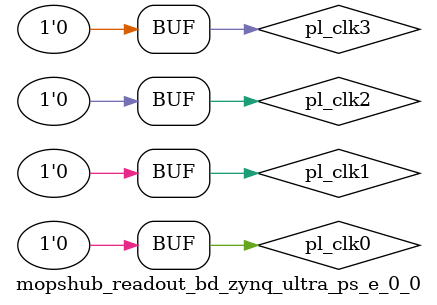
<source format=v>
 









`timescale 1ns/1ps

module mopshub_readout_bd_zynq_ultra_ps_e_0_0 (
);
wire pl_clk_t[3:0] ;

wire saxihpc0_fpd_rclk_temp;
wire saxihpc0_fpd_wclk_temp;
wire saxihpc1_fpd_rclk_temp;
wire saxihpc1_fpd_wclk_temp;
wire saxihp0_fpd_rclk_temp;
wire saxihp0_fpd_wclk_temp;
wire saxihp1_fpd_rclk_temp;
wire saxihp1_fpd_wclk_temp;
wire saxihp2_fpd_rclk_temp;
wire saxihp2_fpd_wclk_temp;
wire saxihp3_fpd_rclk_temp;
wire saxihp3_fpd_wclk_temp;
wire saxi_lpd_rclk_temp;
wire saxi_lpd_wclk_temp;


 assign pl_clk0 = 1'b0 ;

 assign  pl_clk1 = 1'b0 ;

 assign  pl_clk2 = 1'b0 ;

 assign  pl_clk3 = 1'b0 ;

  
   
   
   
   
   


  


  zynq_ultra_ps_e_vip_v1_0_8 #(
    .C_USE_M_AXI_GP0(0),
    .C_USE_M_AXI_GP1(0),
    .C_USE_M_AXI_GP2(0),
    .C_USE_S_AXI_GP0(0),
    .C_USE_S_AXI_GP1(0),
    .C_USE_S_AXI_GP2(0),
    .C_USE_S_AXI_GP3(0),
    .C_USE_S_AXI_GP4(0),
    .C_USE_S_AXI_GP5(0),
    .C_USE_S_AXI_GP6(0),
    .C_USE_S_AXI_ACP(0),
    .C_USE_S_AXI_ACE(0),
    .C_M_AXI_GP0_DATA_WIDTH(128),
    .C_M_AXI_GP1_DATA_WIDTH(128),
    .C_M_AXI_GP2_DATA_WIDTH(32),
    .C_S_AXI_GP0_DATA_WIDTH(128),
    .C_S_AXI_GP1_DATA_WIDTH(128),
    .C_S_AXI_GP2_DATA_WIDTH(128),
    .C_S_AXI_GP3_DATA_WIDTH(128),
    .C_S_AXI_GP4_DATA_WIDTH(128),
    .C_S_AXI_GP5_DATA_WIDTH(128),
    .C_S_AXI_GP6_DATA_WIDTH(128),
    .C_FCLK_CLK0_FREQ(96.968727),
    .C_FCLK_CLK1_FREQ(100),
    .C_FCLK_CLK2_FREQ(100),
    .C_FCLK_CLK3_FREQ(100)
  ) inst (
    .MAXIGP0ARVALID(),
    .MAXIGP0AWVALID(),
    .MAXIGP0BREADY(),
    .MAXIGP0RREADY(),
    .MAXIGP0WLAST(),
    .MAXIGP0WVALID(),
    .MAXIGP0ARID(),
    .MAXIGP0ARUSER(),
    .MAXIGP0AWID(),
    .MAXIGP0ARBURST(),
    .MAXIGP0ARLOCK(),
    .MAXIGP0ARSIZE(),
    .MAXIGP0AWBURST(),
    .MAXIGP0AWLOCK(),
    .MAXIGP0AWSIZE(),
    .MAXIGP0ARPROT(),
    .MAXIGP0AWPROT(),
    .MAXIGP0ARADDR(),
    .MAXIGP0AWADDR(),
    .MAXIGP0WDATA(),
    .MAXIGP0AWUSER(),
    .MAXIGP0ARCACHE(),
    .MAXIGP0ARLEN(),
    .MAXIGP0ARQOS(),
    .MAXIGP0AWCACHE(),
    .MAXIGP0AWLEN(),
    .MAXIGP0AWQOS(),
    .MAXIGP0WSTRB(),
    .MAXIGP0ACLK(),
    .MAXIGP0ARREADY(1'B0),
    .MAXIGP0AWREADY(1'B0),
    .MAXIGP0BVALID(1'B0),
    .MAXIGP0RLAST(1'B0),
    .MAXIGP0RVALID(1'B0),
    .MAXIGP0WREADY(1'B0),
    .MAXIGP0BID(12'B0),
    .MAXIGP0RID(12'B0),
    .MAXIGP0BRESP(2'B0),
    .MAXIGP0RRESP(2'B0),
    .MAXIGP0RDATA(32'B0),
    .MAXIGP1ARVALID(),
    .MAXIGP1AWVALID(),
    .MAXIGP1BREADY(),
    .MAXIGP1RREADY(),
    .MAXIGP1WLAST(),
    .MAXIGP1WVALID(),
    .MAXIGP1ARID(),
    .MAXIGP1ARUSER(),
    .MAXIGP1AWID(),
    .MAXIGP1ARBURST(),
    .MAXIGP1ARLOCK(),
    .MAXIGP1ARSIZE(),
    .MAXIGP1AWBURST(),
    .MAXIGP1AWLOCK(),
    .MAXIGP1AWSIZE(),
    .MAXIGP1ARPROT(),
    .MAXIGP1AWPROT(),
    .MAXIGP1ARADDR(),
    .MAXIGP1AWADDR(),
    .MAXIGP1WDATA(),
    .MAXIGP1AWUSER(),
    .MAXIGP1ARCACHE(),
    .MAXIGP1ARLEN(),
    .MAXIGP1ARQOS(),
    .MAXIGP1AWCACHE(),
    .MAXIGP1AWLEN(),
    .MAXIGP1AWQOS(),
    .MAXIGP1WSTRB(),
    .MAXIGP1ACLK(1'B0),
    .MAXIGP1ARREADY(1'B0),
    .MAXIGP1AWREADY(1'B0),
    .MAXIGP1BVALID(1'B0),
    .MAXIGP1RLAST(1'B0),
    .MAXIGP1RVALID(1'B0),
    .MAXIGP1WREADY(1'B0),
    .MAXIGP1BID(12'B0),
    .MAXIGP1RID(12'B0),
    .MAXIGP1BRESP(2'B0),
    .MAXIGP1RRESP(2'B0),
    .MAXIGP1RDATA(32'B0),

    .MAXIGP2ARVALID(),
    .MAXIGP2AWVALID(),
    .MAXIGP2BREADY(),
    .MAXIGP2RREADY(),
    .MAXIGP2WLAST(),
    .MAXIGP2WVALID(),
    .MAXIGP2ARID(),
    .MAXIGP2ARUSER(),
    .MAXIGP2AWID(),
    .MAXIGP2ARBURST(),
    .MAXIGP2ARLOCK(),
    .MAXIGP2ARSIZE(),
    .MAXIGP2AWBURST(),
    .MAXIGP2AWLOCK(),
    .MAXIGP2AWSIZE(),
    .MAXIGP2ARPROT(),
    .MAXIGP2AWPROT(),
    .MAXIGP2ARADDR(),
    .MAXIGP2AWADDR(),
    .MAXIGP2WDATA(),
    .MAXIGP2AWUSER(),
    .MAXIGP2ARCACHE(),
    .MAXIGP2ARLEN(),
    .MAXIGP2ARQOS(),
    .MAXIGP2AWCACHE(),
    .MAXIGP2AWLEN(),
    .MAXIGP2AWQOS(),
    .MAXIGP2WSTRB(),
    .MAXIGP2ACLK(),
    .MAXIGP2ARREADY(1'B0),
    .MAXIGP2AWREADY(1'B0),
    .MAXIGP2BVALID(1'B0),
    .MAXIGP2RLAST(1'B0),
    .MAXIGP2RVALID(1'B0),
    .MAXIGP2WREADY(1'B0),
    .MAXIGP2BID(12'B0),
    .MAXIGP2RID(12'B0),
    .MAXIGP2BRESP(2'B0),
    .MAXIGP2RRESP(2'B0),
    .MAXIGP2RDATA(32'B0),
    .SAXIGP0RCLK(),
    .SAXIGP0WCLK(),
    .SAXIGP0ARUSER(),
    .SAXIGP0AWUSER(),
    .SAXIGP0RACOUNT(),
    .SAXIGP0WACOUNT(),
    .SAXIGP0RCOUNT(),
    .SAXIGP0WCOUNT(),
    .SAXIGP0ARREADY(),
    .SAXIGP0AWREADY(),
    .SAXIGP0BVALID(),
    .SAXIGP0RLAST(),
    .SAXIGP0RVALID(),
    .SAXIGP0WREADY(),
    .SAXIGP0BRESP(),
    .SAXIGP0RRESP(),
    .SAXIGP0RDATA(),
    .SAXIGP0BID(),
    .SAXIGP0RID(),
    .SAXIGP0ARVALID(1'B0),
    .SAXIGP0AWVALID(1'B0),
    .SAXIGP0BREADY(1'B0),
    .SAXIGP0RREADY(1'B0),
    .SAXIGP0WLAST(1'B0),
    .SAXIGP0WVALID(1'B0),
    .SAXIGP0ARBURST(2'B0),
    .SAXIGP0ARLOCK(2'B0),
    .SAXIGP0ARSIZE(3'B0),
    .SAXIGP0AWBURST(2'B0),
    .SAXIGP0AWLOCK(2'B0),
    .SAXIGP0AWSIZE(3'B0),
    .SAXIGP0ARPROT(3'B0),
    .SAXIGP0AWPROT(3'B0),
    .SAXIGP0ARADDR(32'B0),
    .SAXIGP0AWADDR(32'B0),
    .SAXIGP0WDATA(32'B0),
    .SAXIGP0ARCACHE(4'B0),
    .SAXIGP0ARLEN(4'B0),
    .SAXIGP0ARQOS(4'B0),
    .SAXIGP0AWCACHE(4'B0),
    .SAXIGP0AWLEN(4'B0),
    .SAXIGP0AWQOS(4'B0),
    .SAXIGP0WSTRB(4'B0),
    .SAXIGP0ARID(6'B0),
    .SAXIGP0AWID(6'B0),
    .SAXIGP1RCLK(),
    .SAXIGP1WCLK(),
    .SAXIGP1ARUSER(),
    .SAXIGP1AWUSER(),
    .SAXIGP1RACOUNT(),
    .SAXIGP1WACOUNT(),
    .SAXIGP1RCOUNT(),
    .SAXIGP1WCOUNT(),
    .SAXIGP1ARREADY(),
    .SAXIGP1AWREADY(),
    .SAXIGP1BVALID(),
    .SAXIGP1RLAST(),
    .SAXIGP1RVALID(),
    .SAXIGP1WREADY(),
    .SAXIGP1BRESP(),
    .SAXIGP1RRESP(),
    .SAXIGP1RDATA(),
    .SAXIGP1BID(),
    .SAXIGP1RID(),
    .SAXIGP1ARVALID(1'B0),
    .SAXIGP1AWVALID(1'B0),
    .SAXIGP1BREADY(1'B0),
    .SAXIGP1RREADY(1'B0),
    .SAXIGP1WLAST(1'B0),
    .SAXIGP1WVALID(1'B0),
    .SAXIGP1ARBURST(2'B0),
    .SAXIGP1ARLOCK(2'B0),
    .SAXIGP1ARSIZE(3'B0),
    .SAXIGP1AWBURST(2'B0),
    .SAXIGP1AWLOCK(2'B0),
    .SAXIGP1AWSIZE(3'B0),
    .SAXIGP1ARPROT(3'B0),
    .SAXIGP1AWPROT(3'B0),
    .SAXIGP1ARADDR(32'B0),
    .SAXIGP1AWADDR(32'B0),
    .SAXIGP1WDATA(32'B0),
    .SAXIGP1ARCACHE(4'B0),
    .SAXIGP1ARLEN(4'B0),
    .SAXIGP1ARQOS(4'B0),
    .SAXIGP1AWCACHE(4'B0),
    .SAXIGP1AWLEN(4'B0),
    .SAXIGP1AWQOS(4'B0),
    .SAXIGP1WSTRB(4'B0),
    .SAXIGP1ARID(6'B0),
    .SAXIGP1AWID(6'B0),
    .SAXIGP2RCLK(),
    .SAXIGP2WCLK(),
    .SAXIGP2ARUSER(),
    .SAXIGP2AWUSER(),
    .SAXIGP2RACOUNT(),
    .SAXIGP2WACOUNT(),
    .SAXIGP2RCOUNT(),
    .SAXIGP2WCOUNT(),
    .SAXIGP2ARREADY(),
    .SAXIGP2AWREADY(),
    .SAXIGP2BVALID(),
    .SAXIGP2RLAST(),
    .SAXIGP2RVALID(),
    .SAXIGP2WREADY(),
    .SAXIGP2BRESP(),
    .SAXIGP2RRESP(),
    .SAXIGP2RDATA(),
    .SAXIGP2BID(),
    .SAXIGP2RID(),
    .SAXIGP2ARVALID(1'B0),
    .SAXIGP2AWVALID(1'B0),
    .SAXIGP2BREADY(1'B0),
    .SAXIGP2RREADY(1'B0),
    .SAXIGP2WLAST(1'B0),
    .SAXIGP2WVALID(1'B0),
    .SAXIGP2ARBURST(2'B0),
    .SAXIGP2ARLOCK(2'B0),
    .SAXIGP2ARSIZE(3'B0),
    .SAXIGP2AWBURST(2'B0),
    .SAXIGP2AWLOCK(2'B0),
    .SAXIGP2AWSIZE(3'B0),
    .SAXIGP2ARPROT(3'B0),
    .SAXIGP2AWPROT(3'B0),
    .SAXIGP2ARADDR(32'B0),
    .SAXIGP2AWADDR(32'B0),
    .SAXIGP2WDATA(32'B0),
    .SAXIGP2ARCACHE(4'B0),
    .SAXIGP2ARLEN(4'B0),
    .SAXIGP2ARQOS(4'B0),
    .SAXIGP2AWCACHE(4'B0),
    .SAXIGP2AWLEN(4'B0),
    .SAXIGP2AWQOS(4'B0),
    .SAXIGP2WSTRB(4'B0),
    .SAXIGP2ARID(6'B0),
    .SAXIGP2AWID(6'B0),
    .SAXIGP3RCLK(),
    .SAXIGP3WCLK(),
    .SAXIGP3ARUSER(),
    .SAXIGP3AWUSER(),
    .SAXIGP3RACOUNT(),
    .SAXIGP3WACOUNT(),
    .SAXIGP3RCOUNT(),
    .SAXIGP3WCOUNT(),
    .SAXIGP3ARREADY(),
    .SAXIGP3AWREADY(),
    .SAXIGP3BVALID(),
    .SAXIGP3RLAST(),
    .SAXIGP3RVALID(),
    .SAXIGP3WREADY(),
    .SAXIGP3BRESP(),
    .SAXIGP3RRESP(),
    .SAXIGP3RDATA(),
    .SAXIGP3BID(),
    .SAXIGP3RID(),
    .SAXIGP3ARVALID(1'B0),
    .SAXIGP3AWVALID(1'B0),
    .SAXIGP3BREADY(1'B0),
    .SAXIGP3RREADY(1'B0),
    .SAXIGP3WLAST(1'B0),
    .SAXIGP3WVALID(1'B0),
    .SAXIGP3ARBURST(2'B0),
    .SAXIGP3ARLOCK(2'B0),
    .SAXIGP3ARSIZE(3'B0),
    .SAXIGP3AWBURST(2'B0),
    .SAXIGP3AWLOCK(2'B0),
    .SAXIGP3AWSIZE(3'B0),
    .SAXIGP3ARPROT(3'B0),
    .SAXIGP3AWPROT(3'B0),
    .SAXIGP3ARADDR(32'B0),
    .SAXIGP3AWADDR(32'B0),
    .SAXIGP3WDATA(32'B0),
    .SAXIGP3ARCACHE(4'B0),
    .SAXIGP3ARLEN(4'B0),
    .SAXIGP3ARQOS(4'B0),
    .SAXIGP3AWCACHE(4'B0),
    .SAXIGP3AWLEN(4'B0),
    .SAXIGP3AWQOS(4'B0),
    .SAXIGP3WSTRB(4'B0),
    .SAXIGP3ARID(6'B0),
    .SAXIGP3AWID(6'B0),
    .SAXIGP4RCLK(),
    .SAXIGP4WCLK(),
    .SAXIGP4ARUSER(),
    .SAXIGP4AWUSER(),
    .SAXIGP4RACOUNT(),
    .SAXIGP4WACOUNT(),
    .SAXIGP4RCOUNT(),
    .SAXIGP4WCOUNT(),
    .SAXIGP4ARREADY(),
    .SAXIGP4AWREADY(),
    .SAXIGP4BVALID(),
    .SAXIGP4RLAST(),
    .SAXIGP4RVALID(),
    .SAXIGP4WREADY(),
    .SAXIGP4BRESP(),
    .SAXIGP4RRESP(),
    .SAXIGP4RDATA(),
    .SAXIGP4BID(),
    .SAXIGP4RID(),
    .SAXIGP4ARVALID(1'B0),
    .SAXIGP4AWVALID(1'B0),
    .SAXIGP4BREADY(1'B0),
    .SAXIGP4RREADY(1'B0),
    .SAXIGP4WLAST(1'B0),
    .SAXIGP4WVALID(1'B0),
    .SAXIGP4ARBURST(2'B0),
    .SAXIGP4ARLOCK(2'B0),
    .SAXIGP4ARSIZE(3'B0),
    .SAXIGP4AWBURST(2'B0),
    .SAXIGP4AWLOCK(2'B0),
    .SAXIGP4AWSIZE(3'B0),
    .SAXIGP4ARPROT(3'B0),
    .SAXIGP4AWPROT(3'B0),
    .SAXIGP4ARADDR(32'B0),
    .SAXIGP4AWADDR(32'B0),
    .SAXIGP4WDATA(32'B0),
    .SAXIGP4ARCACHE(4'B0),
    .SAXIGP4ARLEN(4'B0),
    .SAXIGP4ARQOS(4'B0),
    .SAXIGP4AWCACHE(4'B0),
    .SAXIGP4AWLEN(4'B0),
    .SAXIGP4AWQOS(4'B0),
    .SAXIGP4WSTRB(4'B0),
    .SAXIGP4ARID(6'B0),
    .SAXIGP4AWID(6'B0),
    .SAXIGP5RCLK(),
    .SAXIGP5WCLK(),
    .SAXIGP5ARUSER(),
    .SAXIGP5AWUSER(),
    .SAXIGP5RACOUNT(),
    .SAXIGP5WACOUNT(),
    .SAXIGP5RCOUNT(),
    .SAXIGP5WCOUNT(),
    .SAXIGP5ARREADY(),
    .SAXIGP5AWREADY(),
    .SAXIGP5BVALID(),
    .SAXIGP5RLAST(),
    .SAXIGP5RVALID(),
    .SAXIGP5WREADY(),
    .SAXIGP5BRESP(),
    .SAXIGP5RRESP(),
    .SAXIGP5RDATA(),
    .SAXIGP5BID(),
    .SAXIGP5RID(),
    .SAXIGP5ARVALID(1'B0),
    .SAXIGP5AWVALID(1'B0),
    .SAXIGP5BREADY(1'B0),
    .SAXIGP5RREADY(1'B0),
    .SAXIGP5WLAST(1'B0),
    .SAXIGP5WVALID(1'B0),
    .SAXIGP5ARBURST(2'B0),
    .SAXIGP5ARLOCK(2'B0),
    .SAXIGP5ARSIZE(3'B0),
    .SAXIGP5AWBURST(2'B0),
    .SAXIGP5AWLOCK(2'B0),
    .SAXIGP5AWSIZE(3'B0),
    .SAXIGP5ARPROT(3'B0),
    .SAXIGP5AWPROT(3'B0),
    .SAXIGP5ARADDR(32'B0),
    .SAXIGP5AWADDR(32'B0),
    .SAXIGP5WDATA(32'B0),
    .SAXIGP5ARCACHE(4'B0),
    .SAXIGP5ARLEN(4'B0),
    .SAXIGP5ARQOS(4'B0),
    .SAXIGP5AWCACHE(4'B0),
    .SAXIGP5AWLEN(4'B0),
    .SAXIGP5AWQOS(4'B0),
    .SAXIGP5WSTRB(4'B0),
    .SAXIGP5ARID(6'B0),
    .SAXIGP5AWID(6'B0),
    .SAXIGP6RCLK(),
    .SAXIGP6WCLK(),
    .SAXIGP6ARUSER(),
    .SAXIGP6AWUSER(),
    .SAXIGP6RACOUNT(),
    .SAXIGP6WACOUNT(),
    .SAXIGP6RCOUNT(),
    .SAXIGP6WCOUNT(),
    .SAXIGP6ARREADY(),
    .SAXIGP6AWREADY(),
    .SAXIGP6BVALID(),
    .SAXIGP6RLAST(),
    .SAXIGP6RVALID(),
    .SAXIGP6WREADY(),
    .SAXIGP6BRESP(),
    .SAXIGP6RRESP(),
    .SAXIGP6RDATA(),
    .SAXIGP6BID(),
    .SAXIGP6RID(),
    .SAXIGP6ARVALID(1'B0),
    .SAXIGP6AWVALID(1'B0),
    .SAXIGP6BREADY(1'B0),
    .SAXIGP6RREADY(1'B0),
    .SAXIGP6WLAST(1'B0),
    .SAXIGP6WVALID(1'B0),
    .SAXIGP6ARBURST(2'B0),
    .SAXIGP6ARLOCK(2'B0),
    .SAXIGP6ARSIZE(3'B0),
    .SAXIGP6AWBURST(2'B0),
    .SAXIGP6AWLOCK(2'B0),
    .SAXIGP6AWSIZE(3'B0),
    .SAXIGP6ARPROT(3'B0),
    .SAXIGP6AWPROT(3'B0),
    .SAXIGP6ARADDR(32'B0),
    .SAXIGP6AWADDR(32'B0),
    .SAXIGP6WDATA(32'B0),
    .SAXIGP6ARCACHE(4'B0),
    .SAXIGP6ARLEN(4'B0),
    .SAXIGP6ARQOS(4'B0),
    .SAXIGP6AWCACHE(4'B0),
    .SAXIGP6AWLEN(4'B0),
    .SAXIGP6AWQOS(4'B0),
    .SAXIGP6WSTRB(4'B0),
    .SAXIGP6ARID(6'B0),
    .SAXIGP6AWID(6'B0),
    .SAXIACPARREADY(),
    .SAXIACPAWREADY(),
    .SAXIACPBVALID(),
    .SAXIACPRLAST(),
    .SAXIACPRVALID(),
    .SAXIACPWREADY(),
    .SAXIACPBRESP(),
    .SAXIACPRRESP(),
    .SAXIACPBID(),
    .SAXIACPRID(),
    .SAXIACPRDATA(),
    .SAXIACPACLK(1'B0),
    .SAXIACPARVALID(1'B0),
    .SAXIACPAWVALID(1'B0),
    .SAXIACPBREADY(1'B0),
    .SAXIACPRREADY(1'B0),
    .SAXIACPWLAST(1'B0),
    .SAXIACPWVALID(1'B0),
    .SAXIACPARID(3'B0),
    .SAXIACPARPROT(3'B0),
    .SAXIACPAWID(3'B0),
    .SAXIACPAWPROT(3'B0),
    .SAXIACPARADDR(32'B0),
    .SAXIACPAWADDR(32'B0),
    .SAXIACPARCACHE(4'B0),
    .SAXIACPARLEN(4'B0),
    .SAXIACPARQOS(4'B0),
    .SAXIACPAWCACHE(4'B0),
    .SAXIACPAWLEN(4'B0),
    .SAXIACPAWQOS(4'B0),
    .SAXIACPARBURST(2'B0),
    .SAXIACPARLOCK(2'B0),
    .SAXIACPARSIZE(3'B0),
    .SAXIACPAWBURST(2'B0),
    .SAXIACPAWLOCK(2'B0),
    .SAXIACPAWSIZE(3'B0),
    .SAXIACPARUSER(5'B0),
    .SAXIACPAWUSER(5'B0),
    .SAXIACPWDATA(64'B0),
    .SAXIACPWSTRB(8'B0),
.SACEFPDACREADY(),       
.SACEFPDARLOCK(),
.SACEFPDARVALID(),
.SACEFPDAWLOCK(),
.SACEFPDAWVALID(),
.SACEFPDBREADY(),
.SACEFPDCDLAST(),
.SACEFPDCDVALID(),
.SACEFPDCRVALID(),
.SACEFPDRACK(),
.SACEFPDRREADY(),
.SACEFPDWACK(),
.SACEFPDWLAST(),
.SACEFPDWUSER(),
.SACEFPDWVALID(),
.SACEFPDCDDATA(),
.SACEFPDWDATA(),
.SACEFPDARUSER(),
.SACEFPDAWUSER(),
.SACEFPDWSTRB(),
.SACEFPDARBAR(),
.SACEFPDARBURST(),
.SACEFPDARDOMAIN(),
.SACEFPDAWBAR(),
.SACEFPDAWBURST(),
.SACEFPDAWDOMAIN(),
.SACEFPDARPROT(),
.SACEFPDARSIZE(),
.SACEFPDAWPROT(),
.SACEFPDAWSIZE(),
.SACEFPDAWSNOOP(),
.SACEFPDARCACHE(),
.SACEFPDARQOS(),
.SACEFPDARREGION(),
.SACEFPDARSNOOP(),
.SACEFPDAWCACHE(),
.SACEFPDAWQOS(),
.SACEFPDAWREGION(),
.SACEFPDARADDR(),
.SACEFPDAWADDR(),
.SACEFPDCRRESP(),
.SACEFPDARID(),
.SACEFPDAWID(),
.SACEFPDARLEN(),
.SACEFPDAWLEN(),
.SACEFPDACVALID(),
.SACEFPDARREADY(),
.SACEFPDAWREADY(),
.SACEFPDBUSER(),
.SACEFPDBVALID(),
.SACEFPDCDREADY(),
.SACEFPDCRREADY(),
.SACEFPDRLAST(),
.SACEFPDRUSER(),
.SACEFPDRVALID(),
.SACEFPDWREADY(),
.SACEFPDRDATA(),
.SACEFPDBRESP(),
.SACEFPDACPROT(),
.SACEFPDACSNOOP(),
.SACEFPDRRESP(),
.SACEFPDACADDR(),
.SACEFPDBID(),
.SACEFPDRID(),


.PLCLK({pl_clk_t[3],pl_clk_t[2],pl_clk_t[1],pl_clk_t[0]})
  );

endmodule

</source>
